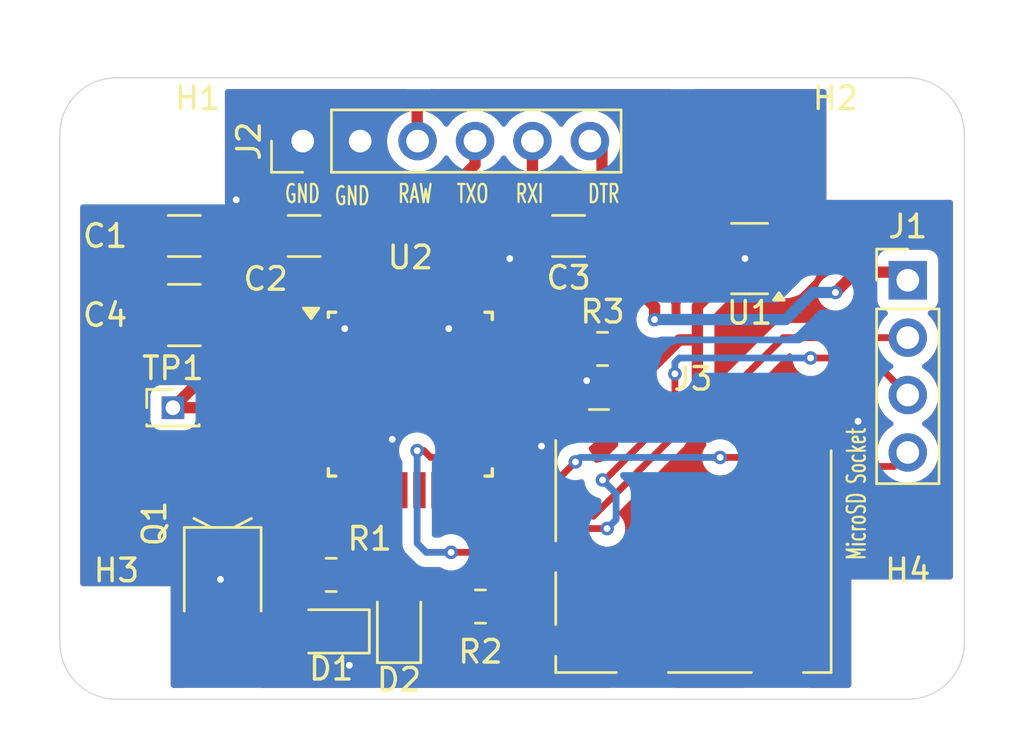
<source format=kicad_pcb>
(kicad_pcb (version 20241229) (generator "pcbnew") (generator_version "9.0")
  (layers (0 "F.Cu" signal) (2 "B.Cu" signal) (13 "F.Paste" user) (15 "B.Paste" user) (5 "F.SilkS" user "F.Silkscreen") (7 "B.SilkS" user "B.Silkscreen") (1 "F.Mask" user) (3 "B.Mask" user) (25 "Edge.Cuts" user))
  (net 0 "")
  (net 1 "3.3V")
  (net 2 "GND")
  (net 3 "RST")
  (net 4 "DTR")
  (net 5 "Net-(D1-A)")
  (net 6 "Net-(D2-A)")
  (net 7 "MISO")
  (net 8 "MOSI")
  (net 9 "SCK")
  (net 10 "TXO")
  (net 11 "RXI")
  (net 12 "RAW")
  (net 13 "CS")
  (net 16 "Net-(U2-PB7{slash}XTAL2)")
  (net 17 "Net-(U2-PB6{slash}XTAL1)")
  (net 18 "Net-(U2-PD5(T1))")
  (net 19 "Net-(U2-PB5(SCK))")
  (net 28 "CD")
  (footprint "Resistor_SMD:R_0805_2012Metric" (layer "F.Cu") (at 106.9 99.6 180)
    (property "Reference" "R1" (at -1.7 1.6 180) (layer "F.SilkS"))
    (property "Value" "330")
    (fp_line (start -0.227064 0.735) (end 0.227064 0.735) (stroke (width 0.12)) (layer "F.SilkS"))
    (fp_line (start -0.227064 -0.735) (end 0.227064 -0.735) (stroke (width 0.12)) (layer "F.SilkS"))
    (pad "1" smd roundrect (at -0.9125 0 180) (size 1.025 1.4) (layers "F.Cu" "F.Mask" "F.Paste") (roundrect_rratio 0.243902) (net 18 "Net-(U2-PD5(T1))"))
    (pad "2" smd roundrect (at 0.9125 0 180) (size 1.025 1.4) (layers "F.Cu" "F.Mask" "F.Paste") (roundrect_rratio 0.243902) (net 5 "Net-(D1-A)"))
  )
  (footprint "Capacitor_SMD:C_1206_3216Metric" (layer "F.Cu") (at 117.4 84.6 180)
    (property "Reference" "C3" (at 0 -1.85 0) (layer "F.SilkS"))
    (property "Value" "0.1uF")
    (fp_line (start -0.711252 0.91) (end 0.711252 0.91) (stroke (width 0.12)) (layer "F.SilkS"))
    (fp_line (start -0.711252 -0.91) (end 0.711252 -0.91) (stroke (width 0.12)) (layer "F.SilkS"))
    (pad "1" smd roundrect (at -1.475 0 180) (size 1.15 1.8) (layers "F.Cu" "F.Mask" "F.Paste") (roundrect_rratio 0.217391) (net 4 "DTR"))
    (pad "2" smd roundrect (at 1.475 0 180) (size 1.15 1.8) (layers "F.Cu" "F.Mask" "F.Paste") (roundrect_rratio 0.217391) (net 3 "RST"))
  )
  (footprint "Capacitor_SMD:C_1210_3225Metric" (layer "F.Cu") (at 100.4 88.1)
    (property "Reference" "C4" (at -3.5 0 0) (layer "F.SilkS"))
    (property "Value" "0.1uF")
    (fp_line (start -0.711252 -1.36) (end 0.711252 -1.36) (stroke (width 0.12)) (layer "F.SilkS"))
    (fp_line (start -0.711252 1.36) (end 0.711252 1.36) (stroke (width 0.12)) (layer "F.SilkS"))
    (pad "1" smd roundrect (at -1.475 0) (size 1.15 2.7) (layers "F.Cu" "F.Mask" "F.Paste") (roundrect_rratio 0.217391) (net 2 "GND"))
    (pad "2" smd roundrect (at 1.475 0) (size 1.15 2.7) (layers "F.Cu" "F.Mask" "F.Paste") (roundrect_rratio 0.217391) (net 1 "3.3V"))
  )
  (footprint "Resistor_SMD:R_0805_2012Metric" (layer "F.Cu") (at 118.9 89.6)
    (property "Reference" "R3" (at 0 -1.65 0) (layer "F.SilkS"))
    (property "Value" "1K")
    (fp_line (start -0.227064 -0.735) (end 0.227064 -0.735) (stroke (width 0.12)) (layer "F.SilkS"))
    (fp_line (start -0.227064 0.735) (end 0.227064 0.735) (stroke (width 0.12)) (layer "F.SilkS"))
    (pad "1" smd roundrect (at -0.9125 0) (size 1.025 1.4) (layers "F.Cu" "F.Mask" "F.Paste") (roundrect_rratio 0.243902) (net 1 "3.3V"))
    (pad "2" smd roundrect (at 0.9125 0) (size 1.025 1.4) (layers "F.Cu" "F.Mask" "F.Paste") (roundrect_rratio 0.243902) (net 3 "RST"))
  )
  (footprint "Connector_PinHeader_2.54mm:PinHeader_1x06_P2.54mm_Vertical" (layer "F.Cu") (at 105.64 80.4 90)
    (property "Reference" "J2" (at 0 -2.38 90) (layer "F.SilkS"))
    (property "Value" "Conn_01x06_Pin")
    (fp_line (start -1.38 -1.38) (end 0 -1.38) (stroke (width 0.12)) (layer "F.SilkS"))
    (fp_line (start -1.38 0) (end -1.38 -1.38) (stroke (width 0.12)) (layer "F.SilkS"))
    (fp_line (start 1.38 1.27) (end 1.38 14.08) (stroke (width 0.12)) (layer "F.SilkS"))
    (fp_line (start -1.38 1.27) (end 1.38 1.27) (stroke (width 0.12)) (layer "F.SilkS"))
    (fp_line (start -1.38 1.27) (end -1.38 14.08) (stroke (width 0.12)) (layer "F.SilkS"))
    (fp_line (start -1.38 14.08) (end 1.38 14.08) (stroke (width 0.12)) (layer "F.SilkS"))
    (pad "1" thru_hole rect (at 0 0 90) (size 1.7 1.7) (drill 1) (layers "*.Cu" "*.Mask") (net 2 "GND"))
    (pad "2" thru_hole circle (at 0 2.54 90) (size 1.7 1.7) (drill 1) (layers "*.Cu" "*.Mask") (net 2 "GND"))
    (pad "3" thru_hole circle (at 0 5.08 90) (size 1.7 1.7) (drill 1) (layers "*.Cu" "*.Mask") (net 12 "RAW"))
    (pad "4" thru_hole circle (at 0 7.62 90) (size 1.7 1.7) (drill 1) (layers "*.Cu" "*.Mask") (net 10 "TXO"))
    (pad "5" thru_hole circle (at 0 10.16 90) (size 1.7 1.7) (drill 1) (layers "*.Cu" "*.Mask") (net 11 "RXI"))
    (pad "6" thru_hole circle (at 0 12.7 90) (size 1.7 1.7) (drill 1) (layers "*.Cu" "*.Mask") (net 4 "DTR"))
  )
  (footprint "Connector_PinHeader_2.54mm:PinHeader_1x04_P2.54mm_Vertical" (layer "F.Cu") (at 132.4 86.56)
    (property "Reference" "J1" (at 0 -2.38 0) (layer "F.SilkS"))
    (property "Value" "~")
    (fp_line (start -1.38 -1.38) (end 0 -1.38) (stroke (width 0.12)) (layer "F.SilkS"))
    (fp_line (start -1.38 0) (end -1.38 -1.38) (stroke (width 0.12)) (layer "F.SilkS"))
    (fp_line (start -1.38 1.27) (end -1.38 9) (stroke (width 0.12)) (layer "F.SilkS"))
    (fp_line (start -1.38 1.27) (end 1.38 1.27) (stroke (width 0.12)) (layer "F.SilkS"))
    (fp_line (start -1.38 9) (end 1.38 9) (stroke (width 0.12)) (layer "F.SilkS"))
    (fp_line (start 1.38 1.27) (end 1.38 9) (stroke (width 0.12)) (layer "F.SilkS"))
    (pad "1" thru_hole rect (at 0 0) (size 1.7 1.7) (drill 1) (layers "*.Cu" "*.Mask") (net 3 "RST"))
    (pad "2" thru_hole circle (at 0 2.54) (size 1.7 1.7) (drill 1) (layers "*.Cu" "*.Mask") (net 9 "SCK"))
    (pad "3" thru_hole circle (at 0 5.08) (size 1.7 1.7) (drill 1) (layers "*.Cu" "*.Mask") (net 8 "MOSI"))
    (pad "4" thru_hole circle (at 0 7.62) (size 1.7 1.7) (drill 1) (layers "*.Cu" "*.Mask") (net 7 "MISO"))
  )
  (footprint "MountingHole:MountingHole_2.1mm" (layer "F.Cu") (at 97.4 80.1)
    (property "Reference" "H1" (at 3.6 -1.6 0) (layer "F.SilkS"))
    (property "Value" "MountingHole")
    (pad "" np_thru_hole circle (at 0 0) (size 2.1 2.1) (drill 2.1) (layers "*.Cu" "*.Mask"))
  )
  (footprint "Package_QFP:TQFP-32_7x7mm_P0.8mm" (layer "F.Cu") (at 110.4 91.6)
    (property "Reference" "U2" (at 0 -6.05 0) (layer "F.SilkS"))
    (property "Value" "ATmega328P-A")
    (fp_line (start -3.625 -3.625) (end -3.625 -3.4) (stroke (width 0.15)) (layer "F.SilkS"))
    (fp_line (start -3.625 -3.625) (end -3.3 -3.625) (stroke (width 0.15)) (layer "F.SilkS"))
    (fp_line (start -3.625 3.625) (end -3.625 3.3) (stroke (width 0.15)) (layer "F.SilkS"))
    (fp_line (start -3.625 3.625) (end -3.3 3.625) (stroke (width 0.15)) (layer "F.SilkS"))
    (fp_line (start 3.625 -3.625) (end 3.3 -3.625) (stroke (width 0.15)) (layer "F.SilkS"))
    (fp_line (start 3.625 -3.625) (end 3.625 -3.3) (stroke (width 0.15)) (layer "F.SilkS"))
    (fp_line (start 3.625 3.625) (end 3.3 3.625) (stroke (width 0.15)) (layer "F.SilkS"))
    (fp_line (start 3.625 3.625) (end 3.625 3.3) (stroke (width 0.15)) (layer "F.SilkS"))
    (fp_poly (pts (xy -4.39 -3.34) (xy -4.73 -3.81) (xy -4.05 -3.81) (xy -4.39 -3.34)) (stroke (width 0.12)) (fill yes) (layer "F.SilkS"))
    (pad "1" smd rect (at -4.25 -2.8) (size 1.6 0.55) (layers "F.Cu" "F.Mask" "F.Paste"))
    (pad "2" smd rect (at -4.25 -2) (size 1.6 0.55) (layers "F.Cu" "F.Mask" "F.Paste"))
    (pad "3" smd rect (at -4.25 -1.2) (size 1.6 0.55) (layers "F.Cu" "F.Mask" "F.Paste") (net 2 "GND"))
    (pad "4" smd rect (at -4.25 -0.4) (size 1.6 0.55) (layers "F.Cu" "F.Mask" "F.Paste") (net 1 "3.3V"))
    (pad "5" smd rect (at -4.25 0.4) (size 1.6 0.55) (layers "F.Cu" "F.Mask" "F.Paste") (net 2 "GND"))
    (pad "6" smd rect (at -4.25 1.2) (size 1.6 0.55) (layers "F.Cu" "F.Mask" "F.Paste") (net 1 "3.3V"))
    (pad "7" smd rect (at -4.25 2) (size 1.6 0.55) (layers "F.Cu" "F.Mask" "F.Paste") (net 17 "Net-(U2-PB6{slash}XTAL1)"))
    (pad "8" smd rect (at -4.25 2.8) (size 1.6 0.55) (layers "F.Cu" "F.Mask" "F.Paste") (net 16 "Net-(U2-PB7{slash}XTAL2)"))
    (pad "9" smd rect (at -2.8 4.25 90) (size 1.6 0.55) (layers "F.Cu" "F.Mask" "F.Paste") (net 18 "Net-(U2-PD5(T1))"))
    (pad "10" smd rect (at -2 4.25 90) (size 1.6 0.55) (layers "F.Cu" "F.Mask" "F.Paste"))
    (pad "11" smd rect (at -1.2 4.25 90) (size 1.6 0.55) (layers "F.Cu" "F.Mask" "F.Paste"))
    (pad "12" smd rect (at -0.4 4.25 90) (size 1.6 0.55) (layers "F.Cu" "F.Mask" "F.Paste"))
    (pad "13" smd rect (at 0.4 4.25 90) (size 1.6 0.55) (layers "F.Cu" "F.Mask" "F.Paste"))
    (pad "14" smd rect (at 1.2 4.25 90) (size 1.6 0.55) (layers "F.Cu" "F.Mask" "F.Paste") (net 13 "CS"))
    (pad "15" smd rect (at 2 4.25 90) (size 1.6 0.55) (layers "F.Cu" "F.Mask" "F.Paste") (net 8 "MOSI"))
    (pad "16" smd rect (at 2.8 4.25 90) (size 1.6 0.55) (layers "F.Cu" "F.Mask" "F.Paste") (net 7 "MISO"))
    (pad "17" smd rect (at 4.25 2.8) (size 1.6 0.55) (layers "F.Cu" "F.Mask" "F.Paste") (net 19 "Net-(U2-PB5(SCK))"))
    (pad "18" smd rect (at 4.25 2) (size 1.6 0.55) (layers "F.Cu" "F.Mask" "F.Paste") (net 1 "3.3V"))
    (pad "19" smd rect (at 4.25 1.2) (size 1.6 0.55) (layers "F.Cu" "F.Mask" "F.Paste"))
    (pad "20" smd rect (at 4.25 0.4) (size 1.6 0.55) (layers "F.Cu" "F.Mask" "F.Paste") (net 1 "3.3V"))
    (pad "21" smd rect (at 4.25 -0.4) (size 1.6 0.55) (layers "F.Cu" "F.Mask" "F.Paste") (net 2 "GND"))
    (pad "22" smd rect (at 4.25 -1.2) (size 1.6 0.55) (layers "F.Cu" "F.Mask" "F.Paste"))
    (pad "23" smd rect (at 4.25 -2) (size 1.6 0.55) (layers "F.Cu" "F.Mask" "F.Paste"))
    (pad "24" smd rect (at 4.25 -2.8) (size 1.6 0.55) (layers "F.Cu" "F.Mask" "F.Paste"))
    (pad "25" smd rect (at 2.8 -4.25 90) (size 1.6 0.55) (layers "F.Cu" "F.Mask" "F.Paste") (net 28 "CD"))
    (pad "26" smd rect (at 2 -4.25 90) (size 1.6 0.55) (layers "F.Cu" "F.Mask" "F.Paste"))
    (pad "27" smd rect (at 1.2 -4.25 90) (size 1.6 0.55) (layers "F.Cu" "F.Mask" "F.Paste"))
    (pad "28" smd rect (at 0.4 -4.25 90) (size 1.6 0.55) (layers "F.Cu" "F.Mask" "F.Paste"))
    (pad "29" smd rect (at -0.4 -4.25 90) (size 1.6 0.55) (layers "F.Cu" "F.Mask" "F.Paste") (net 3 "RST"))
    (pad "30" smd rect (at -1.2 -4.25 90) (size 1.6 0.55) (layers "F.Cu" "F.Mask" "F.Paste") (net 11 "RXI"))
    (pad "31" smd rect (at -2 -4.25 90) (size 1.6 0.55) (layers "F.Cu" "F.Mask" "F.Paste") (net 10 "TXO"))
    (pad "32" smd rect (at -2.8 -4.25 90) (size 1.6 0.55) (layers "F.Cu" "F.Mask" "F.Paste"))
  )
  (footprint "MountingHole:MountingHole_2.1mm" (layer "F.Cu") (at 132.4 102.6)
    (property "Reference" "H4" (at 0 -3.2 0) (layer "F.SilkS"))
    (property "Value" "MountingHole")
    (pad "" np_thru_hole circle (at 0 0) (size 2.1 2.1) (drill 2.1) (layers "*.Cu" "*.Mask"))
  )
  (footprint "Package_TO_SOT_SMD:SOT-23-5" (layer "F.Cu") (at 125.4 85.6 180)
    (property "Reference" "U1" (at 0 -2.4 0) (layer "F.SilkS"))
    (property "Value" "3.3V MIC5205")
    (fp_line (start 0 1.56) (end 0.8 1.56) (stroke (width 0.12)) (layer "F.SilkS"))
    (fp_line (start 0 1.56) (end -0.8 1.56) (stroke (width 0.12)) (layer "F.SilkS"))
    (fp_line (start 0 -1.56) (end 0.8 -1.56) (stroke (width 0.12)) (layer "F.SilkS"))
    (fp_line (start 0 -1.56) (end -0.8 -1.56) (stroke (width 0.12)) (layer "F.SilkS"))
    (fp_poly (pts (xy -1.3 -1.51) (xy -1.54 -1.84) (xy -1.06 -1.84)) (stroke (width 0.12)) (fill yes) (layer "F.SilkS"))
    (pad "1" smd roundrect (at -1.1375 -0.95 180) (size 1.325 0.6) (layers "F.Cu" "F.Mask" "F.Paste") (net 12 "RAW"))
    (pad "2" smd roundrect (at -1.1375 0 180) (size 1.325 0.6) (layers "F.Cu" "F.Mask" "F.Paste") (net 2 "GND"))
    (pad "3" smd roundrect (at -1.1375 0.95 180) (size 1.325 0.6) (layers "F.Cu" "F.Mask" "F.Paste") (net 12 "RAW"))
    (pad "4" smd roundrect (at 1.1375 0.95 180) (size 1.325 0.6) (layers "F.Cu" "F.Mask" "F.Paste"))
    (pad "5" smd roundrect (at 1.1375 -0.95 180) (size 1.325 0.6) (layers "F.Cu" "F.Mask" "F.Paste") (net 1 "3.3V"))
  )
  (footprint "MountingHole:MountingHole_2.1mm" (layer "F.Cu") (at 97.4 102.6)
    (property "Reference" "H3" (at 0 -3.2 0) (layer "F.SilkS"))
    (property "Value" "MountingHole")
    (pad "" np_thru_hole circle (at 0 0) (size 2.1 2.1) (drill 2.1) (layers "*.Cu" "*.Mask"))
  )
  (footprint "Resistor_SMD:R_0805_2012Metric" (layer "F.Cu") (at 113.5 101 180)
    (property "Reference" "R2" (at 0 -2 0) (layer "F.SilkS"))
    (property "Value" "1K")
    (fp_line (start -0.227064 0.735) (end 0.227064 0.735) (stroke (width 0.12)) (layer "F.SilkS"))
    (fp_line (start -0.227064 -0.735) (end 0.227064 -0.735) (stroke (width 0.12)) (layer "F.SilkS"))
    (pad "1" smd roundrect (at -0.9125 0 180) (size 1.025 1.4) (layers "F.Cu" "F.Mask" "F.Paste") (roundrect_rratio 0.243902) (net 19 "Net-(U2-PB5(SCK))"))
    (pad "2" smd roundrect (at 0.9125 0 180) (size 1.025 1.4) (layers "F.Cu" "F.Mask" "F.Paste") (roundrect_rratio 0.243902) (net 6 "Net-(D2-A)"))
  )
  (footprint "MountingHole:MountingHole_2.1mm" (layer "F.Cu") (at 132.4 80.1)
    (property "Reference" "H2" (at -3.2 -1.6 180) (layer "F.SilkS"))
    (property "Value" "MountingHole")
    (pad "" np_thru_hole circle (at 0 0) (size 2.1 2.1) (drill 2.1) (layers "*.Cu" "*.Mask"))
  )
  (footprint "LED_SMD:LED_0805_2012Metric" (layer "F.Cu") (at 106.9 102.1 180)
    (property "Reference" "D1" (at 0 -1.65 0) (layer "F.SilkS"))
    (property "Value" "GREEN")
    (fp_line (start 1 -0.96) (end -1.685 -0.96) (stroke (width 0.12)) (layer "F.SilkS"))
    (fp_line (start -1.685 0.96) (end 1 0.96) (stroke (width 0.12)) (layer "F.SilkS"))
    (fp_line (start -1.685 -0.96) (end -1.685 0.96) (stroke (width 0.12)) (layer "F.SilkS"))
    (pad "1" smd roundrect (at -0.9375 0 180) (size 0.975 1.4) (layers "F.Cu" "F.Mask" "F.Paste") (net 2 "GND"))
    (pad "2" smd roundrect (at 0.9375 0 180) (size 0.975 1.4) (layers "F.Cu" "F.Mask" "F.Paste") (net 5 "Net-(D1-A)"))
  )
  (footprint "Connector_PinHeader_1.27mm:PinHeader_1x01_P1.27mm_Vertical" (layer "F.Cu") (at 99.9 92.2)
    (property "Reference" "TP1" (at 0 -1.745 0) (layer "F.SilkS"))
    (property "Value" "~")
    (fp_line (start -1.16 -0.81) (end 0 -0.81) (stroke (width 0.12)) (layer "F.SilkS"))
    (fp_line (start -1.16 0) (end -1.16 -0.81) (stroke (width 0.12)) (layer "F.SilkS"))
    (fp_line (start -1.16 0.81) (end -1.16 0.745) (stroke (width 0.12)) (layer "F.SilkS"))
    (fp_line (start -1.16 0.81) (end -0.666708 0.81) (stroke (width 0.12)) (layer "F.SilkS"))
    (fp_line (start -1.16 0.81) (end 1.16 0.81) (stroke (width 0.12)) (layer "F.SilkS"))
    (fp_line (start 0.666708 0.81) (end 1.16 0.81) (stroke (width 0.12)) (layer "F.SilkS"))
    (fp_line (start 1.16 0.81) (end 1.16 0.745) (stroke (width 0.12)) (layer "F.SilkS"))
    (pad "1" thru_hole rect (at 0 0) (size 1 1) (drill 0.65) (layers "*.Cu" "*.Mask") (net 1 "3.3V"))
  )
  (footprint "Capacitor_SMD:C_1206_3216Metric" (layer "F.Cu") (at 100.4 84.6 180)
    (property "Reference" "C1" (at 3.5 0 0) (layer "F.SilkS"))
    (property "Value" "10uF")
    (fp_line (start -0.711252 0.91) (end 0.711252 0.91) (stroke (width 0.12)) (layer "F.SilkS"))
    (fp_line (start -0.711252 -0.91) (end 0.711252 -0.91) (stroke (width 0.12)) (layer "F.SilkS"))
    (pad "1" smd roundrect (at -1.475 0 180) (size 1.15 1.8) (layers "F.Cu" "F.Mask" "F.Paste") (roundrect_rratio 0.217391) (net 1 "3.3V"))
    (pad "2" smd roundrect (at 1.475 0 180) (size 1.15 1.8) (layers "F.Cu" "F.Mask" "F.Paste") (roundrect_rratio 0.217391) (net 2 "GND"))
  )
  (footprint "Connector_Card:microSD_HC_Molex_104031-0811" (layer "F.Cu") (at 122.9 98.1)
    (property "Reference" "J3" (at 0 -7.18 0) (layer "F.SilkS"))
    (property "Value" "Micro_SD_Card")
    (fp_line (start -6.07 -4.45) (end -6.07 0) (stroke (width 0.12)) (layer "F.SilkS"))
    (fp_line (start -6.07 1.4) (end -6.07 3.7) (stroke (width 0.12)) (layer "F.SilkS"))
    (fp_line (start -6.07 5.1) (end -6.07 5.82) (stroke (width 0.12)) (layer "F.SilkS"))
    (fp_line (start -6.07 5.82) (end -3.39 5.82) (stroke (width 0.12)) (layer "F.SilkS"))
    (fp_line (start -4.59 -5.82) (end -3.73 -5.82) (stroke (width 0.12)) (layer "F.SilkS"))
    (fp_line (start -1.09 5.82) (end 2.58 5.82) (stroke (width 0.12)) (layer "F.SilkS"))
    (fp_line (start 4.88 5.82) (end 6.11 5.82) (stroke (width 0.12)) (layer "F.SilkS"))
    (fp_line (start 6.11 5.82) (end 6.11 -4) (stroke (width 0.12)) (layer "F.SilkS"))
    (pad "1" smd rect (at -3.105 -5.45) (size 0.85 1.1) (layers "F.Cu" "F.Mask" "F.Paste"))
    (pad "2" smd rect (at -2.005 -5.45) (size 0.85 1.1) (layers "F.Cu" "F.Mask" "F.Paste") (net 13 "CS"))
    (pad "3" smd rect (at -0.905 -5.45) (size 0.85 1.1) (layers "F.Cu" "F.Mask" "F.Paste") (net 8 "MOSI"))
    (pad "4" smd rect (at 0.195 -5.45) (size 0.85 1.1) (layers "F.Cu" "F.Mask" "F.Paste") (net 1 "3.3V"))
    (pad "5" smd rect (at 1.295 -5.45) (size 0.85 1.1) (layers "F.Cu" "F.Mask" "F.Paste") (net 9 "SCK"))
    (pad "6" smd rect (at 2.395 -5.45) (size 0.85 1.1) (layers "F.Cu" "F.Mask" "F.Paste") (net 2 "GND"))
    (pad "7" smd rect (at 3.495 -5.45) (size 0.85 1.1) (layers "F.Cu" "F.Mask" "F.Paste") (net 7 "MISO"))
    (pad "8" smd rect (at 4.545 -5.45) (size 0.75 1.1) (layers "F.Cu" "F.Mask" "F.Paste"))
    (pad "9" smd rect (at -5.74 0.7) (size 1.2 1) (layers "F.Cu" "F.Mask" "F.Paste"))
    (pad "10" smd rect (at -5.74 4.4) (size 1.2 1) (layers "F.Cu" "F.Mask" "F.Paste"))
    (pad "11" smd rect (at -5.565 -5.325) (size 1.55 1.35) (layers "F.Cu" "F.Mask" "F.Paste"))
    (pad "11" smd rect (at -2.24 5.375) (size 1.9 1.35) (layers "F.Cu" "F.Mask" "F.Paste"))
    (pad "11" smd rect (at 3.73 5.375) (size 1.9 1.35) (layers "F.Cu" "F.Mask" "F.Paste"))
    (pad "11" smd rect (at 5.755 -5.1) (size 1.17 1.8) (layers "F.Cu" "F.Mask" "F.Paste"))
  )
  (footprint "Capacitor_SMD:C_1206_3216Metric" (layer "F.Cu") (at 105.7 84.6)
    (property "Reference" "C2" (at -1.7 1.9 0) (layer "F.SilkS"))
    (property "Value" "0.1uF")
    (fp_line (start -0.711252 -0.91) (end 0.711252 -0.91) (stroke (width 0.12)) (layer "F.SilkS"))
    (fp_line (start -0.711252 0.91) (end 0.711252 0.91) (stroke (width 0.12)) (layer "F.SilkS"))
    (pad "1" smd roundrect (at -1.475 0) (size 1.15 1.8) (layers "F.Cu" "F.Mask" "F.Paste") (roundrect_rratio 0.217391) (net 1 "3.3V"))
    (pad "2" smd roundrect (at 1.475 0) (size 1.15 1.8) (layers "F.Cu" "F.Mask" "F.Paste") (roundrect_rratio 0.217391) (net 2 "GND"))
  )
  (footprint "LED_SMD:LED_0805_2012Metric" (layer "F.Cu") (at 109.9 101.8 90)
    (property "Reference" "D2" (at -2.4375 0 180) (layer "F.SilkS"))
    (property "Value" "BLUE")
    (fp_line (start 1 -0.96) (end -1.685 -0.96) (stroke (width 0.12)) (layer "F.SilkS"))
    (fp_line (start -1.685 -0.96) (end -1.685 0.96) (stroke (width 0.12)) (layer "F.SilkS"))
    (fp_line (start -1.685 0.96) (end 1 0.96) (stroke (width 0.12)) (layer "F.SilkS"))
    (pad "1" smd roundrect (at -0.9375 0 90) (size 0.975 1.4) (layers "F.Cu" "F.Mask" "F.Paste") (net 2 "GND"))
    (pad "2" smd roundrect (at 0.9375 0 90) (size 0.975 1.4) (layers "F.Cu" "F.Mask" "F.Paste") (net 6 "Net-(D2-A)"))
  )
  (footprint "Crystal:Crystal_SMD_MicroCrystal_MS1V-T1K" (layer "F.Cu") (at 102.1 99.6)
    (property "Reference" "Q1" (at -3.02 -2.275 90) (layer "F.SilkS"))
    (property "Value" "16MHZ")
    (fp_line (start -1.7 -2.1) (end 1.7 -2.1) (stroke (width 0.12)) (layer "F.SilkS"))
    (fp_line (start -1.7 1.6) (end -1.7 -2.1) (stroke (width 0.12)) (layer "F.SilkS"))
    (fp_line (start -1.27 -2.5) (end -1.27 -2.5) (stroke (width 0.12)) (layer "F.SilkS"))
    (fp_line (start -0.5 -2.1) (end -1.27 -2.5) (stroke (width 0.12)) (layer "F.SilkS"))
    (fp_line (start 0.5 -2.1) (end 1.27 -2.5) (stroke (width 0.12)) (layer "F.SilkS"))
    (fp_line (start 1.27 -2.5) (end 1.27 -2.5) (stroke (width 0.12)) (layer "F.SilkS"))
    (fp_line (start 1.7 -2.1) (end 1.7 1.6) (stroke (width 0.12)) (layer "F.SilkS"))
    (pad "1" smd rect (at -1.27 -3.5) (size 1 1.6) (layers "F.Cu" "F.Mask" "F.Paste") (net 17 "Net-(U2-PB6{slash}XTAL1)"))
    (pad "2" smd rect (at 1.27 -3.5) (size 1 1.6) (layers "F.Cu" "F.Mask" "F.Paste") (net 2 "GND"))
    (pad "3" smd rect (at 0 3.05) (size 3 2.5) (layers "F.Cu" "F.Mask" "F.Paste") (net 16 "Net-(U2-PB7{slash}XTAL2)"))
  )
  (gr_line (start 132.4 105.1) (end 97.4 105.1) (stroke (width 0.05)) (layer "Edge.Cuts"))
  (gr_arc (start 94.9 80.1) (mid 95.632233 78.332233) (end 97.4 77.6) (stroke (width 0.05)) (layer "Edge.Cuts"))
  (gr_line (start 134.9 80.1) (end 134.9 102.6) (stroke (width 0.05)) (layer "Edge.Cuts"))
  (gr_arc (start 134.9 102.6) (mid 134.167767 104.367767) (end 132.4 105.1) (stroke (width 0.05)) (layer "Edge.Cuts"))
  (gr_line (start 97.4 77.6) (end 132.4 77.6) (stroke (width 0.05)) (layer "Edge.Cuts"))
  (gr_arc (start 97.4 105.1) (mid 95.632233 104.367767) (end 94.9 102.6) (stroke (width 0.05)) (layer "Edge.Cuts"))
  (gr_line (start 94.9 102.6) (end 94.9 80.1) (stroke (width 0.05)) (layer "Edge.Cuts"))
  (gr_arc (start 132.4 77.6) (mid 134.167767 78.332233) (end 134.9 80.1) (stroke (width 0.05)) (layer "Edge.Cuts"))
  (gr_text "GND" (at 107 83.3 0) (layer "F.SilkS") (effects (font (size 0.8 0.5) (thickness 0.1) (bold yes)) (justify left bottom)))
  (gr_text "RAW\n" (at 109.8 83.2 0) (layer "F.SilkS") (effects (font (size 0.8 0.5) (thickness 0.1) (bold yes)) (justify left bottom)))
  (gr_text "MicroSD Socket" (at 130.6 99 90) (layer "F.SilkS") (effects (font (size 0.8 0.5) (thickness 0.1) (bold yes)) (justify left bottom)))
  (gr_text "TXO" (at 112.4 83.2 0) (layer "F.SilkS") (effects (font (size 0.8 0.5) (thickness 0.1) (bold yes)) (justify left bottom)))
  (gr_text "GND" (at 104.8 83.2 0) (layer "F.SilkS") (effects (font (size 0.8 0.5) (thickness 0.1) (bold yes)) (justify left bottom)))
  (gr_text "RXI" (at 115 83.2 0) (layer "F.SilkS") (effects (font (size 0.8 0.5) (thickness 0.1) (bold yes)) (justify left bottom)))
  (gr_text "DTR" (at 118.2 83.2 0) (layer "F.SilkS") (effects (font (size 0.8 0.5) (thickness 0.1) (bold yes)) (justify left bottom)))
  (segment (start 120.5 91) (end 122.3 89.2) (width 0.5) (layer "F.Cu") (net 1))
  (segment (start 122.3 89.2) (end 123.095 89.2) (width 0.5) (layer "F.Cu") (net 1))
  (segment (start 101.875 84.6) (end 101.875 88.1) (width 0.5) (layer "F.Cu") (net 1))
  (segment (start 104 92.4) (end 104.4 92.8) (width 0.5) (layer "F.Cu") (net 1))
  (segment (start 112.864364 92.435636) (end 113.3 92) (width 0.5) (layer "F.Cu") (net 1))
  (segment (start 101.875 88.1) (end 101.9 88.125) (width 0.5) (layer "F.Cu") (net 1))
  (segment (start 101.9 88.125) (end 101.9 90.2) (width 0.5) (layer "F.Cu") (net 1))
  (segment (start 105.189364 92.8) (end 105.214364 92.825) (width 0.5) (layer "F.Cu") (net 1))
  (segment (start 104 91.725) (end 104 92.05) (width 0.5) (layer "F.Cu") (net 1))
  (segment (start 117.9875 89.6) (end 119.3875 91) (width 0.5) (layer "F.Cu") (net 1))
  (segment (start 112.864364 92.8) (end 112.864364 92.435636) (width 0.5) (layer "F.Cu") (net 1))
  (segment (start 99.9 92.2) (end 104 92.2) (width 0.5) (layer "F.Cu") (net 1))
  (segment (start 106.125 92.825) (end 106.15 92.8) (width 0.5) (layer "F.Cu") (net 1))
  (segment (start 104.4 92.8) (end 105.189364 92.8) (width 0.5) (layer "F.Cu") (net 1))
  (segment (start 101.9 90.2) (end 99.9 92.2) (width 0.5) (layer "F.Cu") (net 1))
  (segment (start 106.15 91.2) (end 104.525 91.2) (width 0.5) (layer "F.Cu") (net 1))
  (segment (start 123.095 88.8) (end 123.095 92.65) (width 0.5) (layer "F.Cu") (net 1))
  (segment (start 119.3875 91) (end 120.5 91) (width 0.5) (layer "F.Cu") (net 1))
  (segment (start 123.095 87.7175) (end 123.095 88.8) (width 0.5) (layer "F.Cu") (net 1))
  (segment (start 105.214364 92.825) (end 106.125 92.825) (width 0.5) (layer "F.Cu") (net 1))
  (segment (start 117.9875 89.6) (end 115.5875 92) (width 0.5) (layer "F.Cu") (net 1))
  (segment (start 106.15 92.8) (end 112.864364 92.8) (width 0.5) (layer "F.Cu") (net 1))
  (segment (start 113.3 93.6) (end 112.864364 93.164364) (width 0.5) (layer "F.Cu") (net 1))
  (segment (start 104.525 91.2) (end 104 91.725) (width 0.5) (layer "F.Cu") (net 1))
  (segment (start 115.5875 92) (end 114.65 92) (width 0.5) (layer "F.Cu") (net 1))
  (segment (start 114.65 93.6) (end 113.3 93.6) (width 0.5) (layer "F.Cu") (net 1))
  (segment (start 101.875 84.6) (end 104.225 84.6) (width 0.5) (layer "F.Cu") (net 1))
  (segment (start 112.864364 93.164364) (end 112.864364 92.8) (width 0.5) (layer "F.Cu") (net 1))
  (segment (start 124.2625 86.55) (end 123.095 87.7175) (width 0.5) (layer "F.Cu") (net 1))
  (segment (start 113.3 92) (end 114.65 92) (width 0.5) (layer "F.Cu") (net 1))
  (segment (start 107.175 82.725) (end 107.175 84.4) (width 0.3) (layer "F.Cu") (net 2))
  (segment (start 108.7 91.2) (end 107.9 92) (width 0.3) (layer "F.Cu") (net 2))
  (segment (start 106.15 90.4) (end 107.9 90.4) (width 0.3) (layer "F.Cu") (net 2))
  (segment (start 105.64 80.4) (end 108.18 80.4) (width 0.3) (layer "F.Cu") (net 2))
  (segment (start 107.9 90.4) (end 108.7 91.2) (width 0.3) (layer "F.Cu") (net 2))
  (segment (start 107.9 92) (end 106.15 92) (width 0.3) (layer "F.Cu") (net 2))
  (segment (start 108.161839 81.738161) (end 107.175 82.725) (width 0.3) (layer "F.Cu") (net 2))
  (segment (start 108.475 102.7375) (end 107.8375 102.1) (width 0.3) (layer "F.Cu") (net 2))
  (segment (start 98.925 84.6) (end 98.925 88.1) (width 0.3) (layer "F.Cu") (net 2))
  (segment (start 107.8375 103.4625) (end 107.7 103.6) (width 0.3) (layer "F.Cu") (net 2))
  (segment (start 107.8375 102.1) (end 107.8375 103.4625) (width 0.3) (layer "F.Cu") (net 2))
  (segment (start 109.9 102.7375) (end 108.475 102.7375) (width 0.3) (layer "F.Cu") (net 2))
  (segment (start 108.161839 80.258161) (end 108.161839 81.738161) (width 0.3) (layer "F.Cu") (net 2))
  (segment (start 114.65 91.2) (end 108.7 91.2) (width 0.3) (layer "F.Cu") (net 2))
  (segment (start 107.175 84.4) (end 107.375 84.6) (width 0.3) (layer "F.Cu") (net 2))
  (via (at 107.5 88.7) (size 0.6) (drill 0.3) (layers "F.Cu" "B.Cu") (net 2))
  (via (at 118.2 91) (size 0.6) (drill 0.3) (layers "F.Cu" "B.Cu") (net 2))
  (via (at 109.6 93.6) (size 0.6) (drill 0.3) (layers "F.Cu" "B.Cu") (net 2))
  (via (at 116.2 93.9) (size 0.6) (drill 0.3) (layers "F.Cu" "B.Cu") (net 2))
  (via (at 130.2 92.8) (size 0.6) (drill 0.3) (layers "F.Cu" "B.Cu") (net 2))
  (via (at 102.7 83) (size 0.6) (drill 0.3) (layers "F.Cu" "B.Cu") (net 2))
  (via (at 125.2 85.6) (size 0.6) (drill 0.3) (layers "F.Cu" "B.Cu") (net 2))
  (via (at 102 99.8) (size 0.6) (drill 0.3) (layers "F.Cu" "B.Cu") (net 2))
  (via (at 114.8 85.6) (size 0.6) (drill 0.3) (layers "F.Cu" "B.Cu") (net 2))
  (via (at 107.7 103.6) (size 0.6) (drill 0.3) (layers "F.Cu" "B.Cu") (net 2))
  (via (at 112.1 88.7) (size 0.6) (drill 0.3) (layers "F.Cu" "B.Cu") (net 2))
  (segment (start 119.8125 87.3125) (end 119.8125 89.6) (width 0.5) (layer "F.Cu") (net 3))
  (segment (start 110.9 84.6) (end 115.925 84.6) (width 0.5) (layer "F.Cu") (net 3))
  (segment (start 121.2 87.725) (end 120.7875 87.3125) (width 0.5) (layer "F.Cu") (net 3))
  (segment (start 121.2 88.3) (end 121.2 87.725) (width 0.5) (layer "F.Cu") (net 3))
  (segment (start 119.7 87.2) (end 119.8125 87.3125) (width 0.5) (layer "F.Cu") (net 3))
  (segment (start 115.925 85.825) (end 117.3 87.2) (width 0.5) (layer "F.Cu") (net 3))
  (segment (start 120.7875 87.3125) (end 119.8125 87.3125) (width 0.5) (layer "F.Cu") (net 3))
  (segment (start 110 87.35) (end 110 85.5) (width 0.5) (layer "F.Cu") (net 3))
  (segment (start 117.3 87.2) (end 119.7 87.2) (width 0.5) (layer "F.Cu") (net 3))
  (segment (start 129.2 87.1) (end 130.1 86.2) (width 0.5) (layer "F.Cu") (net 3))
  (segment (start 130.1 86.2) (end 132.04 86.2) (width 0.5) (layer "F.Cu") (net 3))
  (segment (start 115.925 84.6) (end 115.925 85.825) (width 0.5) (layer "F.Cu") (net 3))
  (segment (start 132.04 86.2) (end 132.4 86.56) (width 0.5) (layer "F.Cu") (net 3))
  (segment (start 110 85.5) (end 110.9 84.6) (width 0.5) (layer "F.Cu") (net 3))
  (via (at 129.2 87.1) (size 0.6) (drill 0.3) (layers "F.Cu" "B.Cu") (net 3))
  (via (at 121.2 88.3) (size 0.6) (drill 0.3) (layers "F.Cu" "B.Cu") (net 3))
  (segment (start 128.2 87.1) (end 127 88.3) (width 0.5) (layer "B.Cu") (net 3))
  (segment (start 127 88.3) (end 121.2 88.3) (width 0.5) (layer "B.Cu") (net 3))
  (segment (start 129.2 87.1) (end 128.2 87.1) (width 0.5) (layer "B.Cu") (net 3))
  (segment (start 118.875 80.753161) (end 118.875 84.6) (width 0.5) (layer "F.Cu") (net 4))
  (segment (start 118.321839 80.2) (end 118.875 80.753161) (width 0.5) (layer "F.Cu") (net 4))
  (segment (start 105.9875 102.075) (end 105.9625 102.1) (width 0.5) (layer "F.Cu") (net 5))
  (segment (start 105.9875 99.6) (end 105.9875 102.075) (width 0.5) (layer "F.Cu") (net 5))
  (segment (start 110.0375 101) (end 109.9 100.8625) (width 0.3) (layer "F.Cu") (net 6))
  (segment (start 112.5875 101) (end 110.0375 101) (width 0.3) (layer "F.Cu") (net 6))
  (segment (start 113.2 95.85) (end 116.45 95.85) (width 0.3) (layer "F.Cu") (net 7))
  (segment (start 131.78 94.8) (end 127.1 94.8) (width 0.3) (layer "F.Cu") (net 7))
  (segment (start 126.395 93.5) (end 126.395 92.65) (width 0.3) (layer "F.Cu") (net 7))
  (segment (start 116.45 95.85) (end 117.7 94.6) (width 0.3) (layer "F.Cu") (net 7))
  (segment (start 126.395 94.095) (end 126.09 94.4) (width 0.3) (layer "F.Cu") (net 7))
  (segment (start 126.09 94.4) (end 124.1 94.4) (width 0.3) (layer "F.Cu") (net 7))
  (segment (start 127.1 94.8) (end 126.395 94.095) (width 0.3) (layer "F.Cu") (net 7))
  (segment (start 132.4 94.18) (end 131.78 94.8) (width 0.3) (layer "F.Cu") (net 7))
  (segment (start 126.395 94.095) (end 126.395 93.5) (width 0.3) (layer "F.Cu") (net 7))
  (via (at 117.7 94.6) (size 0.6) (drill 0.3) (layers "F.Cu" "B.Cu") (net 7))
  (via (at 124.1 94.4) (size 0.6) (drill 0.3) (layers "F.Cu" "B.Cu") (net 7))
  (segment (start 117.9 94.4) (end 124.1 94.4) (width 0.3) (layer "B.Cu") (net 7))
  (segment (start 117.7 94.6) (end 117.9 94.4) (width 0.3) (layer "B.Cu") (net 7))
  (segment (start 112.4 95.85) (end 112.4 96.827) (width 0.3) (layer "F.Cu") (net 8))
  (segment (start 128.1 90) (end 130.76 90) (width 0.3) (layer "F.Cu") (net 8))
  (segment (start 130.76 90) (end 132.4 91.64) (width 0.3) (layer "F.Cu") (net 8))
  (segment (start 122.1 90.7) (end 122.1 92.545) (width 0.3) (layer "F.Cu") (net 8))
  (segment (start 118.494 97.001) (end 121.995 93.5) (width 0.3) (layer "F.Cu") (net 8))
  (segment (start 112.574 97.001) (end 118.494 97.001) (width 0.3) (layer "F.Cu") (net 8))
  (segment (start 122.1 92.545) (end 121.995 92.65) (width 0.3) (layer "F.Cu") (net 8))
  (segment (start 121.995 93.5) (end 121.995 92.65) (width 0.3) (layer "F.Cu") (net 8))
  (segment (start 112.4 96.827) (end 112.574 97.001) (width 0.3) (layer "F.Cu") (net 8))
  (via (at 122.1 90.7) (size 0.6) (drill 0.3) (layers "F.Cu" "B.Cu") (net 8))
  (via (at 128.1 90) (size 0.6) (drill 0.3) (layers "F.Cu" "B.Cu") (net 8))
  (segment (start 122.3 90) (end 122.1 90.2) (width 0.3) (layer "B.Cu") (net 8))
  (segment (start 122.1 90.2) (end 122.1 90.7) (width 0.3) (layer "B.Cu") (net 8))
  (segment (start 128.1 90) (end 122.3 90) (width 0.3) (layer "B.Cu") (net 8))
  (segment (start 124.195 91.8) (end 126.895 89.1) (width 0.3) (layer "F.Cu") (net 9))
  (segment (start 126.895 89.1) (end 132.4 89.1) (width 0.3) (layer "F.Cu") (net 9))
  (segment (start 124.195 92.65) (end 124.195 91.8) (width 0.3) (layer "F.Cu") (net 9))
  (segment (start 113.26 81.44) (end 113.26 80.4) (width 0.5) (layer "F.Cu") (net 10))
  (segment (start 108.4 87.35) (end 108.4 84.2) (width 0.5) (layer "F.Cu") (net 10))
  (segment (start 113.241839 80.2) (end 112.981839 80.2) (width 0.5) (layer "F.Cu") (net 10))
  (segment (start 108.4 84.2) (end 110.4 82.2) (width 0.5) (layer "F.Cu") (net 10))
  (segment (start 112.5 82.2) (end 113.26 81.44) (width 0.5) (layer "F.Cu") (net 10))
  (segment (start 110.4 82.2) (end 112.5 82.2) (width 0.5) (layer "F.Cu") (net 10))
  (segment (start 110.6 83.3) (end 114.3 83.3) (width 0.5) (layer "F.Cu") (net 11))
  (segment (start 115.8 81.8) (end 115.8 80.4) (width 0.5) (layer "F.Cu") (net 11))
  (segment (start 115.781839 80.618161) (end 115.781839 80.2) (width 0.5) (layer "F.Cu") (net 11))
  (segment (start 109.274 87.35) (end 109.274 84.626) (width 0.5) (layer "F.Cu") (net 11))
  (segment (start 114.3 83.3) (end 115.8 81.8) (width 0.5) (layer "F.Cu") (net 11))
  (segment (start 109.274 84.626) (end 110.6 83.3) (width 0.5) (layer "F.Cu") (net 11))
  (segment (start 109.2 87.35) (end 109.274 87.35) (width 0.5) (layer "F.Cu") (net 11))
  (segment (start 110.701839 80.2) (end 110.701839 78.998161) (width 0.5) (layer "F.Cu") (net 12))
  (segment (start 126.7 83.2) (end 126.7 84.4875) (width 0.5) (layer "F.Cu") (net 12))
  (segment (start 126.5375 84.65) (end 127.1041 84.65) (width 0.5) (layer "F.Cu") (net 12))
  (segment (start 127.651 85.1969) (end 127.651 86.098999) (width 0.5) (layer "F.Cu") (net 12))
  (segment (start 127.1041 84.65) (end 127.651 85.1969) (width 0.5) (layer "F.Cu") (net 12))
  (segment (start 126.7 84.4875) (end 126.5375 84.65) (width 0.5) (layer "F.Cu") (net 12))
  (segment (start 110.701839 78.998161) (end 111.349 78.351) (width 0.5) (layer "F.Cu") (net 12))
  (segment (start 127.199999 86.55) (end 126.5375 86.55) (width 0.5) (layer "F.Cu") (net 12))
  (segment (start 127.651 86.098999) (end 127.199999 86.55) (width 0.5) (layer "F.Cu") (net 12))
  (segment (start 111.349 78.351) (end 121.851 78.351) (width 0.5) (layer "F.Cu") (net 12))
  (segment (start 121.851 78.351) (end 126.7 83.2) (width 0.5) (layer "F.Cu") (net 12))
  (segment (start 118.995 95.4) (end 120.895 93.5) (width 0.3) (layer "F.Cu") (net 13))
  (segment (start 111.6 96.95) (end 111.6 95.85) (width 0.3) (layer "F.Cu") (net 13))
  (segment (start 120.895 93.5) (end 120.895 92.65) (width 0.3) (layer "F.Cu") (net 13))
  (segment (start 112.199 97.549) (end 111.6 96.95) (width 0.3) (layer "F.Cu") (net 13))
  (segment (start 118.9 95.4) (end 118.995 95.4) (width 0.3) (layer "F.Cu") (net 13))
  (segment (start 119.1 97.549) (end 112.199 97.549) (width 0.3) (layer "F.Cu") (net 13))
  (via (at 119.1 97.549) (size 0.6) (drill 0.3) (layers "F.Cu" "B.Cu") (net 13))
  (via (at 118.9 95.4) (size 0.6) (drill 0.3) (layers "F.Cu" "B.Cu") (net 13))
  (segment (start 118.9 95.4) (end 119.5 96) (width 0.3) (layer "B.Cu") (net 13))
  (segment (start 119.5 96) (end 119.5 97.149) (width 0.3) (layer "B.Cu") (net 13))
  (segment (start 119.5 97.149) (end 119.1 97.549) (width 0.3) (layer "B.Cu") (net 13))
  (segment (start 106.15 97.15) (end 106.15 94.4) (width 0.5) (layer "F.Cu") (net 16))
  (segment (start 104.7 98.6) (end 106.15 97.15) (width 0.5) (layer "F.Cu") (net 16))
  (segment (start 104.7 102.2) (end 104.7 98.6) (width 0.5) (layer "F.Cu") (net 16))
  (segment (start 104.25 102.65) (end 104.7 102.2) (width 0.5) (layer "F.Cu") (net 16))
  (segment (start 102.1 102.65) (end 104.25 102.65) (width 0.5) (layer "F.Cu") (net 16))
  (segment (start 104.899 93.501) (end 103.429 93.501) (width 0.5) (layer "F.Cu") (net 17))
  (segment (start 106.076 93.526) (end 104.899 93.526) (width 0.5) (layer "F.Cu") (net 17))
  (segment (start 104.899 93.526) (end 104.899 93.501) (width 0.5) (layer "F.Cu") (net 17))
  (segment (start 103.429 93.501) (end 100.83 96.1) (width 0.5) (layer "F.Cu") (net 17))
  (segment (start 106.15 93.6) (end 106.076 93.526) (width 0.5) (layer "F.Cu") (net 17))
  (segment (start 107.6 99.3875) (end 107.6 95.85) (width 0.5) (layer "F.Cu") (net 18))
  (segment (start 107.8125 99.6) (end 107.6 99.3875) (width 0.5) (layer "F.Cu") (net 18))
  (segment (start 113.9 98.6) (end 114.4125 99.1125) (width 0.3) (layer "F.Cu") (net 19))
  (segment (start 112.2 98.6) (end 113.9 98.6) (width 0.3) (layer "F.Cu") (net 19))
  (segment (start 111 94.1) (end 111.3 94.4) (width 0.3) (layer "F.Cu") (net 19))
  (segment (start 110.7 94.1) (end 111 94.1) (width 0.3) (layer "F.Cu") (net 19))
  (segment (start 111.3 94.4) (end 114.65 94.4) (width 0.3) (layer "F.Cu") (net 19))
  (segment (start 114.4125 99.1125) (end 114.4125 101) (width 0.3) (layer "F.Cu") (net 19))
  (via (at 112.2 98.6) (size 0.6) (drill 0.3) (layers "F.Cu" "B.Cu") (net 19))
  (via (at 110.7 94.1) (size 0.6) (drill 0.3) (layers "F.Cu" "B.Cu") (net 19))
  (segment (start 110.7 98.2) (end 111.1 98.6) (width 0.3) (layer "B.Cu") (net 19))
  (segment (start 110.7 94.1) (end 110.7 98.2) (width 0.3) (layer "B.Cu") (net 19))
  (segment (start 111.1 98.6) (end 112.2 98.6) (width 0.3) (layer "B.Cu") (net 19))
  (zone (net 2) (net_name "GND") (layers "F.Cu" "B.Cu") (connect_pads yes (clearance 0.5)) (min_thickness 0.25) (fill yes (thermal_gap 0.5) (thermal_bridge_width 0.5))
    (polygon (pts (xy 102.2 83.2) (xy 102.2 77.7) (xy 128.8 77.6) (xy 128.8 83) (xy 134.7 83) (xy 134.7 99.8) (xy 129.9 99.8) (xy 129.9 105) (xy 99.8 105) (xy 99.8 100.1) (xy 95.8 100.1) (xy 95.8 83.2)))
  )
)
</source>
